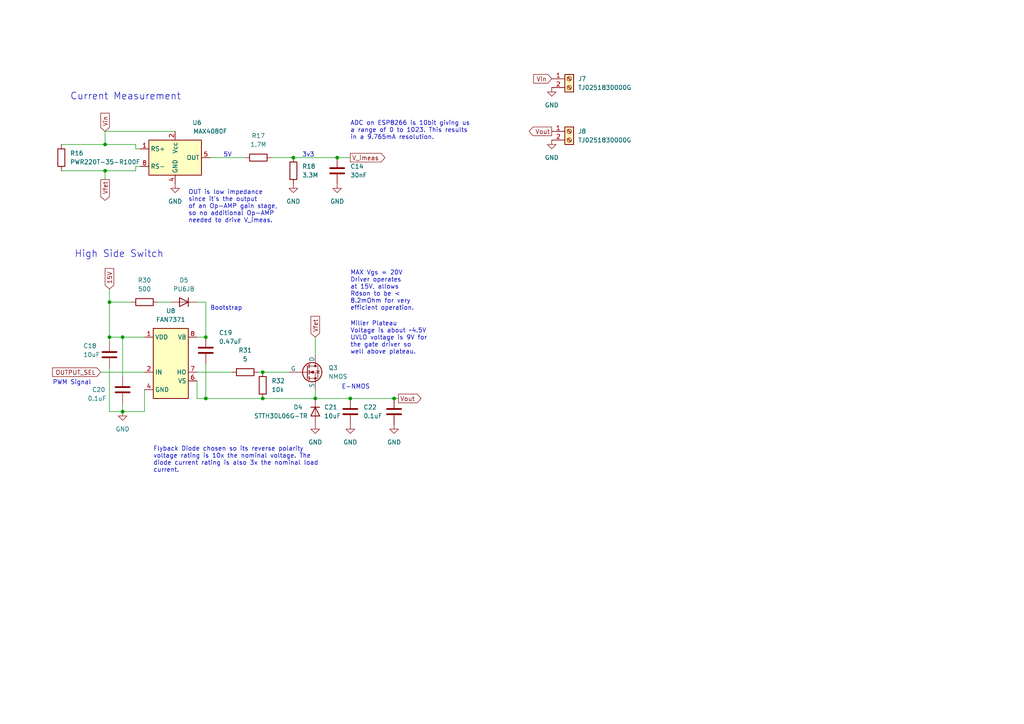
<source format=kicad_sch>
(kicad_sch (version 20230121) (generator eeschema)
  (paper "A4")
  (title_block (title "Local High Side Switch and Current Measurement Circuit"))
  (lib_symbols
    (symbol "Amplifier_Current:MAX4080F"
      (property "Reference" "U" (at -7.62 6.35 0))
      (property "Value" "MAX4080F" (at 2.54 6.35 0))
      (symbol "MAX4080F_0_1"
        (rectangle (start -7.62 5.08) (end 7.62 -5.08) (stroke (width 0.254)) (fill (type background)))
      )
      (symbol "MAX4080F_1_1"
        (pin input line (at -10.16 2.54 0) (length 2.54) (name "RS+") (number "1"))
        (pin power_in line (at 0 7.62 270) (length 2.54) (name "Vcc") (number "2"))
        (pin no_connect line (at 2.54 -5.08 90) (length 2.54) hide (name "NC") (number "3"))
        (pin power_in line (at 0 -7.62 90) (length 2.54) (name "GND") (number "4"))
        (pin output line (at 10.16 0 180) (length 2.54) (name "OUT") (number "5"))
        (pin no_connect line (at 5.08 -5.08 90) (length 2.54) hide (name "NC") (number "6"))
        (pin no_connect line (at 7.62 -5.08 90) (length 2.54) hide (name "NC") (number "7"))
        (pin input line (at -10.16 -2.54 0) (length 2.54) (name "RS-") (number "8"))
      )
    )
    (symbol "Connector:Screw_Terminal_01x02" (pin_names (offset 1.016) hide)
      (property "Reference" "J" (at 0 2.54 0))
      (property "Value" "Screw_Terminal_01x02" (at 0 -5.08 0))
      (symbol "Screw_Terminal_01x02_1_1"
        (rectangle (start -1.27 1.27) (end 1.27 -3.81) (stroke (width 0.254)) (fill (type background)))
        (circle (center 0 -2.54) (radius 0.635) (stroke (width 0.1524)))
        (polyline (pts (xy -0.5334 -2.2098) (xy 0.3302 -3.048)) (stroke (width 0.1524)))
        (polyline (pts (xy -0.5334 0.3302) (xy 0.3302 -0.508)) (stroke (width 0.1524)))
        (polyline (pts (xy -0.3556 -2.032) (xy 0.508 -2.8702)) (stroke (width 0.1524)))
        (polyline (pts (xy -0.3556 0.508) (xy 0.508 -0.3302)) (stroke (width 0.1524)))
        (circle (center 0 0) (radius 0.635) (stroke (width 0.1524)))
        (pin passive line (at -5.08 0 0) (length 3.81) (name "Pin_1") (number "1"))
        (pin passive line (at -5.08 -2.54 0) (length 3.81) (name "Pin_2") (number "2"))
      )
    )
    (symbol "Device:C" (pin_numbers hide) (pin_names (offset 0.254))
      (property "Reference" "C" (at 0.635 2.54 0))
      (property "Value" "C" (at 0.635 -2.54 0))
      (symbol "C_0_1"
        (polyline (pts (xy -2.032 -0.762) (xy 2.032 -0.762)) (stroke (width 0.508)))
        (polyline (pts (xy -2.032 0.762) (xy 2.032 0.762)) (stroke (width 0.508)))
      )
      (symbol "C_1_1"
        (pin passive line (at 0 3.81 270) (length 2.794) (name "~") (number "1"))
        (pin passive line (at 0 -3.81 90) (length 2.794) (name "~") (number "2"))
      )
    )
    (symbol "Device:D" (pin_numbers hide) (pin_names (offset 1.016) hide)
      (property "Reference" "D" (at 0 2.54 0))
      (property "Value" "D" (at 0 -2.54 0))
      (symbol "D_0_1"
        (polyline (pts (xy -1.27 1.27) (xy -1.27 -1.27)) (stroke (width 0.254)))
        (polyline (pts (xy 1.27 0) (xy -1.27 0)))
        (polyline (pts (xy 1.27 1.27) (xy 1.27 -1.27) (xy -1.27 0) (xy 1.27 1.27)) (stroke (width 0.254)))
      )
      (symbol "D_1_1"
        (pin passive line (at -3.81 0 0) (length 2.54) (name "K") (number "1"))
        (pin passive line (at 3.81 0 180) (length 2.54) (name "A") (number "2"))
      )
    )
    (symbol "Device:R" (pin_numbers hide) (pin_names (offset 0))
      (property "Reference" "R" (at 2.032 0 90))
      (property "Value" "R" (at 0 0 90))
      (symbol "R_0_1"
        (rectangle (start -1.016 -2.54) (end 1.016 2.54) (stroke (width 0.254)))
      )
      (symbol "R_1_1"
        (pin passive line (at 0 3.81 270) (length 1.27) (name "~") (number "1"))
        (pin passive line (at 0 -3.81 90) (length 1.27) (name "~") (number "2"))
      )
    )
    (symbol "Driver_FET:FAN7371"
      (property "Reference" "U" (at 0 13.97 0))
      (property "Value" "FAN7371" (at 0 11.43 0))
      (symbol "FAN7371_0_1"
        (rectangle (start -5.08 10.16) (end 5.08 -10.16) (stroke (width 0.254)) (fill (type background)))
      )
      (symbol "FAN7371_1_1"
        (pin power_in line (at -7.62 7.62 0) (length 2.54) (name "VDD") (number "1"))
        (pin input line (at -7.62 -2.54 0) (length 2.54) (name "IN") (number "2"))
        (pin no_connect line (at -5.08 -5.08 0) (length 2.54) hide (name "NC") (number "3"))
        (pin power_in line (at -7.62 -7.62 0) (length 2.54) (name "GND") (number "4"))
        (pin no_connect line (at 5.08 -7.62 180) (length 2.54) hide (name "NC") (number "5"))
        (pin passive line (at 7.62 -5.08 180) (length 2.54) (name "VS") (number "6"))
        (pin output line (at 7.62 -2.54 180) (length 2.54) (name "HO") (number "7"))
        (pin passive line (at 7.62 7.62 180) (length 2.54) (name "VB") (number "8"))
      )
    )
    (symbol "Simulation_SPICE:NMOS" (pin_numbers hide) (pin_names (offset 0))
      (property "Reference" "Q" (at 5.08 1.27 0))
      (property "Value" "NMOS" (at 5.08 -1.27 0))
      (symbol "NMOS_0_1"
        (polyline (pts (xy 0.254 0) (xy -2.54 0)))
        (polyline (pts (xy 0.254 1.905) (xy 0.254 -1.905)) (stroke (width 0.254)))
        (polyline (pts (xy 0.762 -1.27) (xy 0.762 -2.286)) (stroke (width 0.254)))
        (polyline (pts (xy 0.762 0.508) (xy 0.762 -0.508)) (stroke (width 0.254)))
        (polyline (pts (xy 0.762 2.286) (xy 0.762 1.27)) (stroke (width 0.254)))
        (polyline (pts (xy 2.54 2.54) (xy 2.54 1.778)))
        (polyline (pts (xy 2.54 -2.54) (xy 2.54 0) (xy 0.762 0)))
        (polyline (pts (xy 0.762 -1.778) (xy 3.302 -1.778) (xy 3.302 1.778) (xy 0.762 1.778)))
        (polyline (pts (xy 1.016 0) (xy 2.032 0.381) (xy 2.032 -0.381) (xy 1.016 0)) (fill (type outline)))
        (polyline (pts (xy 2.794 0.508) (xy 2.921 0.381) (xy 3.683 0.381) (xy 3.81 0.254)))
        (polyline (pts (xy 3.302 0.381) (xy 2.921 -0.254) (xy 3.683 -0.254) (xy 3.302 0.381)))
        (circle (center 1.651 0) (radius 2.794) (stroke (width 0.254)))
        (circle (center 2.54 -1.778) (radius 0.254) (fill (type outline)))
        (circle (center 2.54 1.778) (radius 0.254) (fill (type outline)))
      )
      (symbol "NMOS_1_1"
        (pin passive line (at 2.54 5.08 270) (length 2.54) (name "D") (number "1"))
        (pin input line (at -5.08 0 0) (length 2.54) (name "G") (number "2"))
        (pin passive line (at 2.54 -5.08 90) (length 2.54) (name "S") (number "3"))
      )
    )
    (symbol "power:GND" (power) (pin_names (offset 0))
      (property "Value" "GND" (at 0 -3.81 0))
      (symbol "GND_0_1"
        (polyline (pts (xy 0 0) (xy 0 -1.27) (xy 1.27 -1.27) (xy 0 -2.54) (xy -1.27 -1.27) (xy 0 -1.27)))
      )
      (symbol "GND_1_1"
        (pin power_in line (at 0 0 270) (length 0) hide (name "GND") (number "1"))
      )
    )
  )
  (junction (at 35.56 119.38))
  (junction (at 114.3 115.57))
  (junction (at 76.2 115.57))
  (junction (at 91.44 115.57))
  (junction (at 59.69 115.57))
  (junction (at 76.2 107.95))
  (junction (at 97.79 45.72))
  (junction (at 85.09 45.72))
  (junction (at 30.48 41.91))
  (junction (at 30.48 49.53))
  (junction (at 31.75 97.79))
  (junction (at 31.75 87.63))
  (junction (at 59.69 97.79))
  (junction (at 101.6 115.57))
  (junction (at 35.56 97.79))
  (wire (pts (xy 35.56 116.84) (xy 35.56 119.38)))
  (wire (pts (xy 31.75 106.68) (xy 31.75 119.38)))
  (wire (pts (xy 40.64 48.26) (xy 39.37 48.26)))
  (wire (pts (xy 57.15 107.95) (xy 67.31 107.95)))
  (wire (pts (xy 85.09 45.72) (xy 78.74 45.72)))
  (wire (pts (xy 35.56 119.38) (xy 41.91 119.38)))
  (wire (pts (xy 91.44 97.79) (xy 91.44 102.87)))
  (wire (pts (xy 39.37 43.18) (xy 39.37 41.91)))
  (wire (pts (xy 97.79 45.72) (xy 101.6 45.72)))
  (wire (pts (xy 76.2 115.57) (xy 91.44 115.57)))
  (wire (pts (xy 31.75 87.63) (xy 31.75 83.82)))
  (wire (pts (xy 59.69 105.41) (xy 59.69 115.57)))
  (wire (pts (xy 50.8 38.1) (xy 30.48 38.1)))
  (wire (pts (xy 57.15 115.57) (xy 59.69 115.57)))
  (wire (pts (xy 74.93 107.95) (xy 76.2 107.95)))
  (wire (pts (xy 91.44 115.57) (xy 101.6 115.57)))
  (wire (pts (xy 45.72 87.63) (xy 49.53 87.63)))
  (wire (pts (xy 35.56 97.79) (xy 35.56 109.22)))
  (wire (pts (xy 39.37 48.26) (xy 39.37 49.53)))
  (wire (pts (xy 31.75 119.38) (xy 35.56 119.38)))
  (wire (pts (xy 39.37 49.53) (xy 30.48 49.53)))
  (wire (pts (xy 85.09 45.72) (xy 97.79 45.72)))
  (wire (pts (xy 41.91 119.38) (xy 41.91 113.03)))
  (wire (pts (xy 115.57 115.57) (xy 114.3 115.57)))
  (wire (pts (xy 30.48 38.1) (xy 30.48 41.91)))
  (wire (pts (xy 57.15 110.49) (xy 57.15 115.57)))
  (wire (pts (xy 59.69 87.63) (xy 59.69 97.79)))
  (wire (pts (xy 91.44 115.57) (xy 91.44 113.03)))
  (wire (pts (xy 60.96 45.72) (xy 71.12 45.72)))
  (wire (pts (xy 17.78 49.53) (xy 30.48 49.53)))
  (wire (pts (xy 29.21 107.95) (xy 41.91 107.95)))
  (wire (pts (xy 31.75 87.63) (xy 38.1 87.63)))
  (wire (pts (xy 31.75 97.79) (xy 31.75 87.63)))
  (wire (pts (xy 35.56 97.79) (xy 41.91 97.79)))
  (wire (pts (xy 39.37 43.18) (xy 40.64 43.18)))
  (wire (pts (xy 39.37 41.91) (xy 30.48 41.91)))
  (wire (pts (xy 31.75 97.79) (xy 35.56 97.79)))
  (wire (pts (xy 17.78 41.91) (xy 30.48 41.91)))
  (wire (pts (xy 59.69 115.57) (xy 76.2 115.57)))
  (wire (pts (xy 101.6 115.57) (xy 114.3 115.57)))
  (wire (pts (xy 30.48 49.53) (xy 30.48 52.07)))
  (wire (pts (xy 57.15 97.79) (xy 59.69 97.79)))
  (wire (pts (xy 57.15 87.63) (xy 59.69 87.63)))
  (wire (pts (xy 31.75 99.06) (xy 31.75 97.79)))
  (wire (pts (xy 76.2 107.95) (xy 83.82 107.95)))
  (text "3v3" (at 87.63 45.72 0) (effects (font (size 1.27 1.27)) (justify left bottom)))
  (text "OUT is low impedance\nsince it's the output\nof an Op-AMP gain stage, \nso no additional Op-AMP \nneeded to drive V_imeas. " (at 54.61 64.77 0) (effects (font (size 1.27 1.27)) (justify left bottom)))
  (text "5V" (at 64.77 45.72 0) (effects (font (size 1.27 1.27)) (justify left bottom)))
  (text "Bootstrap" (at 60.96 90.17 0) (effects (font (size 1.27 1.27)) (justify left bottom)))
  (text "Flyback Diode chosen so its reverse polarity\nvoltage rating is 10x the nominal voltage. The\ndiode current rating is also 3x the nominal load\ncurrent. " (at 44.45 137.16 0) (effects (font (size 1.27 1.27)) (justify left bottom)))
  (text "High Side Switch" (at 21.59 74.93 0) (effects (font (size 2 2)) (justify left bottom)))
  (text "PWM Signal" (at 15.24 111.76 0) (effects (font (size 1.27 1.27)) (justify left bottom)))
  (text "Current Measurement" (at 20.32 29.21 0) (effects (font (size 2 2)) (justify left bottom)))
  (text "MAX Vgs = 20V\nDriver operates\nat 15V, allows \nRdson to be <\n8.2mOhm for very\nefficient operation." (at 101.6 90.17 0) (effects (font (size 1.27 1.27)) (justify left bottom)))
  (text "Miller Plateau \nVoltage is about ~4.5V\nUVLO voltage is 9V for \nthe gate driver so\nwell above plateau. " (at 101.6 102.87 0) (effects (font (size 1.27 1.27)) (justify left bottom)))
  (text "ADC on ESP8266 is 10bit giving us \na range of 0 to 1023. This results\nin a 9.765mA resolution. " (at 101.6 40.64 0) (effects (font (size 1.27 1.27)) (justify left bottom)))
  (text "E-NMOS" (at 99.06 113.03 0) (effects (font (size 1.27 1.27)) (justify left bottom)))
  (global_label "OUTPUT_SEL" (shape input) (at 29.21 107.95 180) (property "Intersheetrefs" "${INTERSHEET_REFS}" (effects hide)))
  (global_label "Vout" (shape output) (at 115.57 115.57 0) (property "Intersheetrefs" "${INTERSHEET_REFS}" (effects hide)))
  (global_label "Vfet" (shape output) (at 30.48 52.07 270) (property "Intersheetrefs" "${INTERSHEET_REFS}" (effects hide)))
  (global_label "Vin" (shape input) (at 160.02 22.86 180) (property "Intersheetrefs" "${INTERSHEET_REFS}" (effects hide)))
  (global_label "15V" (shape input) (at 31.75 83.82 90) (property "Intersheetrefs" "${INTERSHEET_REFS}" (effects hide)))
  (global_label "V_imeas" (shape output) (at 101.6 45.72 0) (property "Intersheetrefs" "${INTERSHEET_REFS}" (effects hide)))
  (global_label "Vin" (shape input) (at 30.48 38.1 90) (property "Intersheetrefs" "${INTERSHEET_REFS}" (effects hide)))
  (global_label "Vfet" (shape input) (at 91.44 97.79 90) (property "Intersheetrefs" "${INTERSHEET_REFS}" (effects hide)))
  (global_label "Vout" (shape output) (at 160.02 38.1 180) (property "Intersheetrefs" "${INTERSHEET_REFS}" (effects hide)))
  (symbol (lib_id "power:GND") (at 101.6 123.19 0) (unit 1)
    (property "Reference" "#PWR031" (effects hide))
    (property "Value" "GND" (at 101.6 128.27 0))
    (instances (project "james_ewing_ee_design_take_home_koenigsegg" (path "" (reference "#PWR042") (unit 1))))
  )
  (symbol (lib_id "Amplifier_Current:MAX4080F") (at 50.8 45.72 0) (unit 1)
    (property "Reference" "U6" (at 57.15 35.56 0))
    (property "Value" "MAX4080F" (at 60.96 38.1 0))
    (property "Datasheet" "http://datasheets.maximintegrated.com/en/ds/MAX4080-MAX4081.pdf" (effects hide))
  )
  (symbol (lib_id "Device:C") (at 35.56 113.03 0) (unit 1)
    (property "Reference" "C20" (at 26.67 113.03 0) (effects (justify left)))
    (property "Value" "0.1uF" (at 25.4 115.57 0) (effects (justify left)))
  )
  (symbol (lib_id "Device:R") (at 85.09 49.53 0) (unit 1)
    (property "Reference" "R18" (at 87.63 48.26 0) (effects (justify left)))
    (property "Value" "3.3M" (at 87.63 50.8 0) (effects (justify left)))
  )
  (symbol (lib_id "Device:R") (at 74.93 45.72 270) (unit 1)
    (property "Reference" "R17" (at 74.93 39.37 90))
    (property "Value" "1.7M" (at 74.93 41.91 90))
  )
  (symbol (lib_id "Connector:Screw_Terminal_01x02") (at 165.1 22.86 0) (unit 1)
    (property "Reference" "J6" (at 167.64 22.86 0) (effects (justify left)))
    (property "Value" "TJ0251830000G" (at 167.64 25.4 0) (effects (justify left)))
    (instances (project "james_ewing_ee_design_take_home_koenigsegg" (path "" (reference "J7") (unit 1))))
  )
  (symbol (lib_id "Device:R") (at 76.2 111.76 0) (unit 1)
    (property "Reference" "R32" (at 78.74 110.49 0) (effects (justify left)))
    (property "Value" "10k" (at 78.74 113.03 0) (effects (justify left)))
  )
  (symbol (lib_id "power:GND") (at 114.3 123.19 0) (unit 1)
    (property "Reference" "#PWR031" (effects hide))
    (property "Value" "GND" (at 114.3 128.27 0))
    (instances (project "james_ewing_ee_design_take_home_koenigsegg" (path "" (reference "#PWR043") (unit 1))))
  )
  (symbol (lib_id "power:GND") (at 50.8 53.34 0) (unit 1)
    (property "Reference" "#PWR023" (effects hide))
    (property "Value" "GND" (at 50.8 58.42 0))
  )
  (symbol (lib_id "Device:C") (at 114.3 119.38 0) (unit 1)
    (property "Reference" "C22" (at 105.41 118.11 0) (effects (justify left)))
    (property "Value" "0.1uF" (at 105.41 120.65 0) (effects (justify left)))
  )
  (symbol (lib_id "Device:R") (at 71.12 107.95 270) (unit 1)
    (property "Reference" "R31" (at 71.12 101.6 90))
    (property "Value" "5" (at 71.12 104.14 90))
  )
  (symbol (lib_id "Simulation_SPICE:NMOS") (at 88.9 107.95 0) (unit 1)
    (property "Reference" "Q3" (at 95.25 106.68 0) (effects (justify left)))
    (property "Value" "NMOS" (at 95.25 109.22 0) (effects (justify left)))
    (property "Datasheet" "https://ngspice.sourceforge.io/docs/ngspice-manual.pdf" (effects hide))
    (property "Sim.Device" "NMOS" (effects hide))
    (property "Sim.Type" "VDMOS" (effects hide))
    (property "Sim.Pins" "1=D 2=G 3=S" (effects hide))
  )
  (symbol (lib_id "Device:D") (at 91.44 119.38 270) (unit 1)
    (property "Reference" "D3" (at 85.09 118.11 90) (effects (justify left)))
    (property "Value" "STTH30L06G-TR" (at 73.66 120.65 90) (effects (justify left)))
    (property "Sim.Device" "D" (effects hide))
    (property "Sim.Pins" "1=K 2=A" (effects hide))
    (instances (project "james_ewing_ee_design_take_home_koenigsegg" (path "" (reference "D4") (unit 1))))
  )
  (symbol (lib_id "Device:C") (at 97.79 49.53 0) (unit 1)
    (property "Reference" "C14" (at 101.6 48.26 0) (effects (justify left)))
    (property "Value" "30nF" (at 101.6 50.8 0) (effects (justify left)))
  )
  (symbol (lib_id "power:GND") (at 160.02 40.64 0) (unit 1)
    (property "Reference" "#PWR040" (effects hide))
    (property "Value" "GND" (at 160.02 45.72 0))
  )
  (symbol (lib_id "Driver_FET:FAN7371") (at 49.53 105.41 0) (unit 1)
    (property "Reference" "U8" (at 49.53 90.17 0))
    (property "Value" "FAN7371" (at 49.53 92.71 0))
    (property "Footprint" "Package_SO:SOIC-8_3.9x4.9mm_P1.27mm" (effects hide))
    (property "Datasheet" "https://www.onsemi.com/pub/Collateral/FAN7371-D.pdf" (effects hide))
  )
  (symbol (lib_id "power:GND") (at 35.56 119.38 0) (unit 1)
    (property "Reference" "#PWR041" (effects hide))
    (property "Value" "GND" (at 35.56 124.46 0))
  )
  (symbol (lib_id "Device:C") (at 31.75 102.87 0) (unit 1)
    (property "Reference" "C18" (at 24.13 100.33 0) (effects (justify left)))
    (property "Value" "10uF" (at 24.13 102.87 0) (effects (justify left)))
  )
  (symbol (lib_id "power:GND") (at 160.02 25.4 0) (unit 1)
    (property "Reference" "#PWR036" (effects hide))
    (property "Value" "GND" (at 160.02 30.48 0))
  )
  (symbol (lib_id "Device:R") (at 17.78 45.72 0) (unit 1)
    (property "Reference" "R16" (at 20.32 44.45 0) (effects (justify left)))
    (property "Value" "PWR220T-35-R100F" (at 20.32 46.99 0) (effects (justify left)))
  )
  (symbol (lib_id "Connector:Screw_Terminal_01x02") (at 165.1 38.1 0) (unit 1)
    (property "Reference" "J7" (at 167.64 38.1 0) (effects (justify left)))
    (property "Value" "TJ0251830000G" (at 167.64 40.64 0) (effects (justify left)))
    (instances (project "james_ewing_ee_design_take_home_koenigsegg" (path "" (reference "J8") (unit 1))))
  )
  (symbol (lib_id "Device:R") (at 41.91 87.63 270) (unit 1)
    (property "Reference" "R30" (at 41.91 81.28 90))
    (property "Value" "500" (at 41.91 83.82 90))
  )
  (symbol (lib_id "Device:C") (at 59.69 101.6 0) (unit 1)
    (property "Reference" "C19" (at 63.5 96.52 0) (effects (justify left)))
    (property "Value" "0.47uF" (at 63.5 99.06 0) (effects (justify left)))
  )
  (symbol (lib_id "power:GND") (at 91.44 123.19 0) (unit 1)
    (property "Reference" "#PWR031" (effects hide))
    (property "Value" "GND" (at 91.44 128.27 0))
  )
  (symbol (lib_id "power:GND") (at 97.79 53.34 0) (unit 1)
    (property "Reference" "#PWR028" (effects hide))
    (property "Value" "GND" (at 97.79 58.42 0))
  )
  (symbol (lib_id "power:GND") (at 85.09 53.34 0) (unit 1)
    (property "Reference" "#PWR027" (effects hide))
    (property "Value" "GND" (at 85.09 58.42 0))
  )
  (symbol (lib_id "Device:C") (at 101.6 119.38 0) (unit 1)
    (property "Reference" "C21" (at 93.98 118.11 0) (effects (justify left)))
    (property "Value" "10uF" (at 93.98 120.65 0) (effects (justify left)))
  )
  (symbol (lib_id "Device:D") (at 53.34 87.63 180) (unit 1)
    (property "Reference" "D5" (at 53.34 81.28 0))
    (property "Value" "PU6JB" (at 53.34 83.82 0))
    (property "Sim.Device" "D" (effects hide))
    (property "Sim.Pins" "1=K 2=A" (effects hide))
  )
)
</source>
